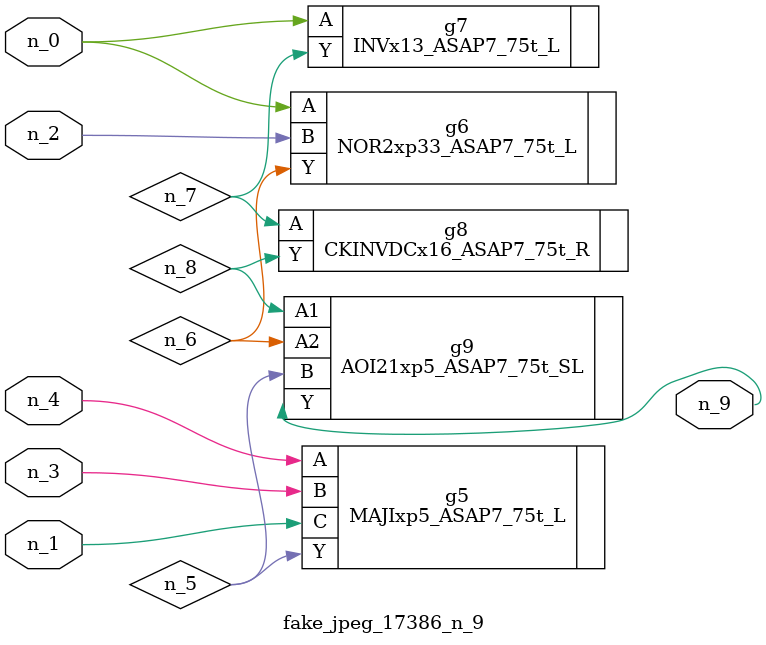
<source format=v>
module fake_jpeg_17386_n_9 (n_3, n_2, n_1, n_0, n_4, n_9);

input n_3;
input n_2;
input n_1;
input n_0;
input n_4;

output n_9;

wire n_8;
wire n_6;
wire n_5;
wire n_7;

MAJIxp5_ASAP7_75t_L g5 ( 
.A(n_4),
.B(n_3),
.C(n_1),
.Y(n_5)
);

NOR2xp33_ASAP7_75t_L g6 ( 
.A(n_0),
.B(n_2),
.Y(n_6)
);

INVx13_ASAP7_75t_L g7 ( 
.A(n_0),
.Y(n_7)
);

CKINVDCx16_ASAP7_75t_R g8 ( 
.A(n_7),
.Y(n_8)
);

AOI21xp5_ASAP7_75t_SL g9 ( 
.A1(n_8),
.A2(n_6),
.B(n_5),
.Y(n_9)
);


endmodule
</source>
